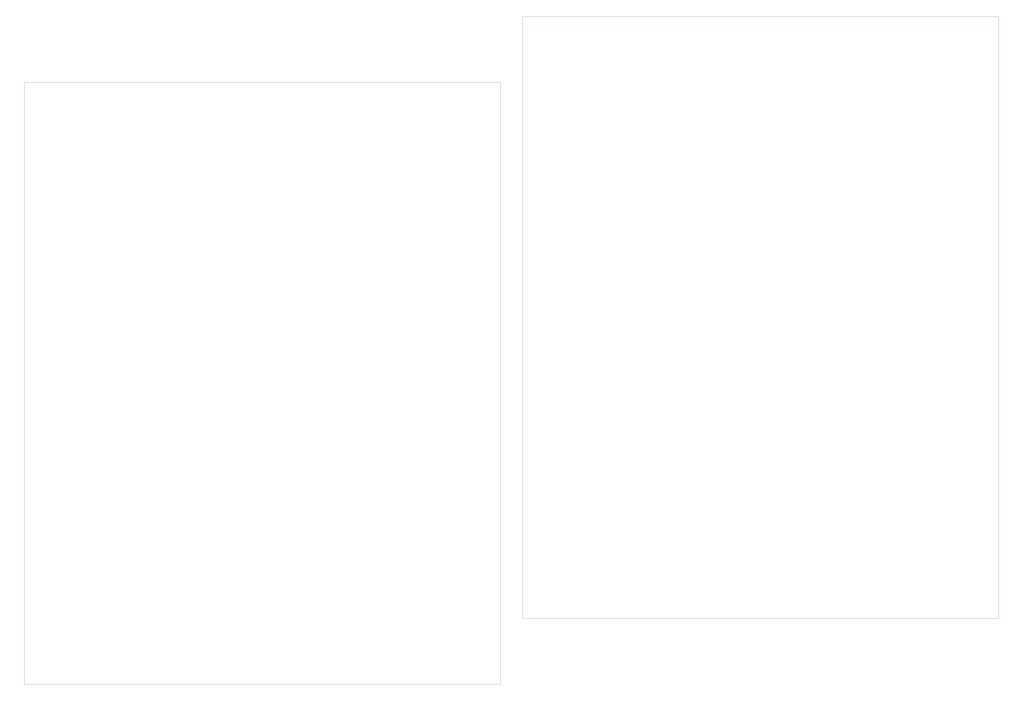
<source format=gbr>
%TF.GenerationSoftware,KiCad,Pcbnew,9.0.5*%
%TF.CreationDate,2025-11-13T21:56:36-08:00*%
%TF.ProjectId,IXOLAR,49584f4c-4152-42e6-9b69-6361645f7063,rev?*%
%TF.SameCoordinates,Original*%
%TF.FileFunction,Profile,NP*%
%FSLAX46Y46*%
G04 Gerber Fmt 4.6, Leading zero omitted, Abs format (unit mm)*
G04 Created by KiCad (PCBNEW 9.0.5) date 2025-11-13 21:56:36*
%MOMM*%
%LPD*%
G01*
G04 APERTURE LIST*
%TA.AperFunction,Profile*%
%ADD10C,0.050000*%
%TD*%
G04 APERTURE END LIST*
D10*
X17500000Y-40000000D02*
X207500000Y-40000000D01*
X207500000Y-280000000D01*
X17500000Y-280000000D01*
X17500000Y-40000000D01*
X216250000Y-13750000D02*
X406250000Y-13750000D01*
X406250000Y-253750000D01*
X216250000Y-253750000D01*
X216250000Y-13750000D01*
M02*

</source>
